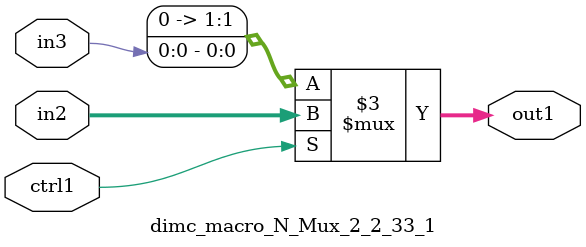
<source format=v>

`timescale 1ps / 1ps


module dimc_macro_N_Mux_2_2_33_1( in3, in2, ctrl1, out1 );

    input in3;
    input [1:0] in2;
    input ctrl1;
    output [1:0] out1;
    reg [1:0] out1;

    
    // rtl_process:dimc_macro_N_Mux_2_2_33_1/dimc_macro_N_Mux_2_2_33_1_thread_1
    always @*
      begin : dimc_macro_N_Mux_2_2_33_1_thread_1
        case (ctrl1) 
          1'b1: 
            begin
              out1 = in2;
            end
          default: 
            begin
              out1 = {1'b0, in3};
            end
        endcase
      end

endmodule


</source>
